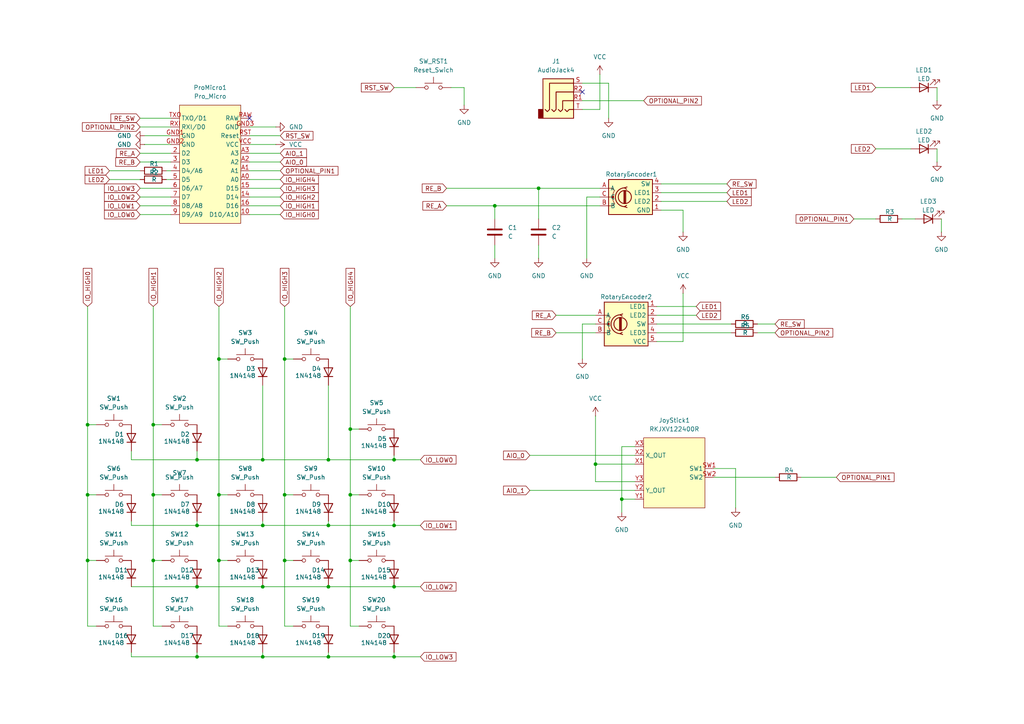
<source format=kicad_sch>
(kicad_sch (version 20231120) (generator "eeschema") (generator_version "8.0")
  (paper "A4")
  (lib_symbols
    (symbol "Arduino:Pro_micro"
      (property "Reference" "U" (at 0 21.59 0))
      (property "Value" "Pro_Micro" (at 0 19.05 0))
      (symbol "Pro_micro_0_0"
        (pin bidirectional line (at 11.43 -13.97 180) (length 2.54) (name "D10/A10") (number "10"))
        (pin bidirectional line (at 11.43 -8.89 180) (length 2.54) (name "D14") (number "14"))
        (pin bidirectional line (at 11.43 -6.35 180) (length 2.54) (name "D15") (number "15"))
        (pin bidirectional line (at 11.43 -11.43 180) (length 2.54) (name "D16") (number "16"))
        (pin bidirectional line (at -11.43 3.81 0) (length 2.54) (name "D2") (number "2"))
        (pin bidirectional line (at -11.43 1.27 0) (length 2.54) (name "D3") (number "3"))
        (pin bidirectional line (at -11.43 -1.27 0) (length 2.54) (name "D4/A6") (number "4"))
        (pin bidirectional line (at -11.43 -3.81 0) (length 2.54) (name "D5") (number "5"))
        (pin bidirectional line (at -11.43 -6.35 0) (length 2.54) (name "D6/A7") (number "6"))
        (pin bidirectional line (at -11.43 -8.89 0) (length 2.54) (name "D7") (number "7"))
        (pin bidirectional line (at -11.43 -11.43 0) (length 2.54) (name "D8/A8") (number "8"))
        (pin bidirectional line (at -11.43 -13.97 0) (length 2.54) (name "D9/A9") (number "9"))
        (pin bidirectional line (at 11.43 -3.81 180) (length 2.54) (name "A0") (number "A0"))
        (pin bidirectional line (at 11.43 -1.27 180) (length 2.54) (name "A1") (number "A1"))
        (pin bidirectional line (at 11.43 1.27 180) (length 2.54) (name "A2") (number "A2"))
        (pin bidirectional line (at 11.43 3.81 180) (length 2.54) (name "A3") (number "A3"))
        (pin passive line (at 11.43 13.97 180) (length 2.54) (name "RAW") (number "RAW"))
        (pin passive line (at 11.43 8.89 180) (length 2.54) (name "Reset") (number "RST"))
        (pin bidirectional line (at -11.43 11.43 0) (length 2.54) (name "RXI/D0") (number "RXI"))
        (pin bidirectional line (at -11.43 13.97 0) (length 2.54) (name "TXO/D1") (number "TXO"))
        (pin passive line (at 11.43 6.35 180) (length 2.54) (name "VCC") (number "VCC"))
      )
      (symbol "Pro_micro_1_0"
        (pin passive line (at -11.43 8.89 0) (length 2.54) (name "GND") (number "GND1"))
        (pin passive line (at -11.43 6.35 0) (length 2.54) (name "GND") (number "GND2"))
        (pin passive line (at 11.43 11.43 180) (length 2.54) (name "GND") (number "GND3"))
      )
      (symbol "Pro_micro_1_1"
        (rectangle (start -8.89 17.78) (end 8.89 -16.51) (fill (type background)))
      )
    )
    (symbol "Connector_Audio:AudioJack4"
      (property "Reference" "J" (at 0 8.89 0))
      (property "Value" "AudioJack4" (at 0 6.35 0))
      (symbol "AudioJack4_0_1"
        (rectangle (start -6.35 -5.08) (end -7.62 -7.62) (stroke (width 0.254)) (fill (type outline)))
        (polyline (pts (xy 0 -5.08) (xy 0.635 -5.715) (xy 1.27 -5.08) (xy 2.54 -5.08)) (stroke (width 0.254)))
        (polyline (pts (xy -5.715 -5.08) (xy -5.08 -5.715) (xy -4.445 -5.08) (xy -4.445 2.54) (xy 2.54 2.54)) (stroke (width 0.254)))
        (polyline (pts (xy -1.905 -5.08) (xy -1.27 -5.715) (xy -0.635 -5.08) (xy -0.635 -2.54) (xy 2.54 -2.54)) (stroke (width 0.254)))
        (polyline (pts (xy 2.54 0) (xy -2.54 0) (xy -2.54 -5.08) (xy -3.175 -5.715) (xy -3.81 -5.08)) (stroke (width 0.254)))
        (rectangle (start 2.54 3.81) (end -6.35 -7.62) (stroke (width 0.254)) (fill (type background)))
      )
      (symbol "AudioJack4_1_1"
        (pin passive line (at 5.08 -2.54 180) (length 2.54) (name "~") (number "R1"))
        (pin passive line (at 5.08 0 180) (length 2.54) (name "~") (number "R2"))
        (pin passive line (at 5.08 2.54 180) (length 2.54) (name "~") (number "S"))
        (pin passive line (at 5.08 -5.08 180) (length 2.54) (name "~") (number "T"))
      )
    )
    (symbol "Device:C" (pin_numbers hide) (pin_names (offset 0.254))
      (property "Reference" "C" (at 0.635 2.54 0))
      (property "Value" "C" (at 0.635 -2.54 0))
      (symbol "C_0_1"
        (polyline (pts (xy -2.032 -0.762) (xy 2.032 -0.762)) (stroke (width 0.508)))
        (polyline (pts (xy -2.032 0.762) (xy 2.032 0.762)) (stroke (width 0.508)))
      )
      (symbol "C_1_1"
        (pin passive line (at 0 3.81 270) (length 2.794) (name "~") (number "1"))
        (pin passive line (at 0 -3.81 90) (length 2.794) (name "~") (number "2"))
      )
    )
    (symbol "Device:LED" (pin_numbers hide) (pin_names (offset 1.016) hide)
      (property "Reference" "D" (at 0 2.54 0))
      (property "Value" "LED" (at 0 -2.54 0))
      (symbol "LED_0_1"
        (polyline (pts (xy -1.27 -1.27) (xy -1.27 1.27)) (stroke (width 0.254)))
        (polyline (pts (xy -1.27 0) (xy 1.27 0)))
        (polyline (pts (xy 1.27 -1.27) (xy 1.27 1.27) (xy -1.27 0) (xy 1.27 -1.27)) (stroke (width 0.254)))
        (polyline (pts (xy -3.048 -0.762) (xy -4.572 -2.286) (xy -3.81 -2.286) (xy -4.572 -2.286) (xy -4.572 -1.524)))
        (polyline (pts (xy -1.778 -0.762) (xy -3.302 -2.286) (xy -2.54 -2.286) (xy -3.302 -2.286) (xy -3.302 -1.524)))
      )
      (symbol "LED_1_1"
        (pin passive line (at -3.81 0 0) (length 2.54) (name "K") (number "1"))
        (pin passive line (at 3.81 0 180) (length 2.54) (name "A") (number "2"))
      )
    )
    (symbol "Device:R" (pin_numbers hide) (pin_names (offset 0))
      (property "Reference" "R" (at 2.032 0 90))
      (property "Value" "R" (at 0 0 90))
      (symbol "R_0_1"
        (rectangle (start -1.016 -2.54) (end 1.016 2.54) (stroke (width 0.254)))
      )
      (symbol "R_1_1"
        (pin passive line (at 0 3.81 270) (length 1.27) (name "~") (number "1"))
        (pin passive line (at 0 -3.81 90) (length 1.27) (name "~") (number "2"))
      )
    )
    (symbol "Device:RotaryEncoder_Switch_LED"
      (property "Reference" "U" (at 0 6.35 0))
      (symbol "RotaryEncoder_Switch_LED_0_1"
        (rectangle (start -6.35 5.08) (end 6.35 -5.08) (stroke (width 0.254)) (fill (type background)))
        (circle (center -5.08 0) (radius 0.254) (fill (type outline)))
        (circle (center -1.651 0) (radius 1.905) (stroke (width 0.254)))
        (arc (start -1.651 2.667) (mid -4.3688 -0.0635) (end -1.651 -2.794) (stroke (width 0.254)))
        (polyline (pts (xy -1.905 -1.778) (xy -1.905 1.778)) (stroke (width 0.254)))
        (polyline (pts (xy -1.651 -1.778) (xy -1.651 1.778)) (stroke (width 0.254)))
        (polyline (pts (xy -1.397 1.778) (xy -1.397 -1.778)) (stroke (width 0.254)))
        (polyline (pts (xy -6.35 -2.54) (xy -5.08 -2.54) (xy -5.08 -2.032)))
        (polyline (pts (xy -6.35 2.54) (xy -5.08 2.54) (xy -5.08 2.032)))
        (polyline (pts (xy -1.016 -3.048) (xy -1.778 -2.794) (xy -1.143 -2.413)) (stroke (width 0.254)))
        (polyline (pts (xy -1.016 2.921) (xy -1.778 2.667) (xy -1.143 2.286)) (stroke (width 0.254)))
        (polyline (pts (xy -6.35 0) (xy -5.08 0) (xy -5.08 -1.016) (xy -4.572 -2.032)))
        (polyline (pts (xy -5.588 0) (xy -5.08 0) (xy -5.08 1.016) (xy -4.572 2.032)))
      )
      (symbol "RotaryEncoder_Switch_LED_1_0"
        (pin passive line (at 8.89 -3.81 180) (length 2.54) (name "GND") (number "1"))
        (pin passive line (at 8.89 -1.27 180) (length 2.54) (name "LED2") (number "2"))
        (pin passive line (at 8.89 1.27 180) (length 2.54) (name "LED1") (number "3"))
        (pin passive line (at 8.89 3.81 180) (length 2.54) (name "SW") (number "4"))
      )
      (symbol "RotaryEncoder_Switch_LED_1_1"
        (pin passive line (at -8.89 2.54 0) (length 2.54) (name "A") (number "A"))
        (pin passive line (at -8.89 -2.54 0) (length 2.54) (name "B") (number "B"))
        (pin passive line (at -8.89 0 0) (length 2.54) (name "C") (number "C"))
      )
    )
    (symbol "Diode:1N4148" (pin_numbers hide) (pin_names hide)
      (property "Reference" "D" (at 0 2.54 0))
      (property "Value" "1N4148" (at 0 -2.54 0))
      (symbol "1N4148_0_1"
        (polyline (pts (xy -1.27 1.27) (xy -1.27 -1.27)) (stroke (width 0.254)))
        (polyline (pts (xy 1.27 0) (xy -1.27 0)))
        (polyline (pts (xy 1.27 1.27) (xy 1.27 -1.27) (xy -1.27 0) (xy 1.27 1.27)) (stroke (width 0.254)))
      )
      (symbol "1N4148_1_1"
        (pin passive line (at -3.81 0 0) (length 2.54) (name "K") (number "1"))
        (pin passive line (at 3.81 0 180) (length 2.54) (name "A") (number "2"))
      )
    )
    (symbol "Switch:SW_Push" (pin_numbers hide) (pin_names (offset 1.016) hide)
      (property "Reference" "SW" (at 1.27 2.54 0))
      (property "Value" "SW_Push" (at 0 -1.524 0))
      (symbol "SW_Push_0_1"
        (circle (center -2.032 0) (radius 0.508))
        (polyline (pts (xy 0 1.27) (xy 0 3.048)))
        (polyline (pts (xy 2.54 1.27) (xy -2.54 1.27)))
        (circle (center 2.032 0) (radius 0.508))
        (pin passive line (at -5.08 0 0) (length 2.54) (name "1") (number "1"))
        (pin passive line (at 5.08 0 180) (length 2.54) (name "2") (number "2"))
      )
    )
    (symbol "joy_stick_RKJXV122400R:RKJXV122400R_v1"
      (property "Reference" "U" (at 0 13.97 0))
      (property "Value" "RKJXV122400R" (at 0 11.43 0))
      (symbol "RKJXV122400R_v1_1_0"
        (pin passive line (at 11.43 1.27 180) (length 2.54) (name "SW1") (number "SW1"))
        (pin passive line (at 11.43 -1.27 180) (length 2.54) (name "SW2") (number "SW2"))
      )
      (symbol "RKJXV122400R_v1_1_1"
        (rectangle (start -8.89 10.16) (end 8.89 -10.16) (fill (type background)))
        (pin passive line (at -11.43 2.54 0) (length 2.54) (name "") (number "X1"))
        (pin passive line (at -11.43 5.08 0) (length 2.54) (name "X_OUT") (number "X2"))
        (pin passive line (at -11.43 7.62 0) (length 2.54) (name "") (number "X3"))
        (pin passive line (at -11.43 -7.62 0) (length 2.54) (name "") (number "Y1"))
        (pin passive line (at -11.43 -5.08 0) (length 2.54) (name "Y_OUT") (number "Y2"))
        (pin passive line (at -11.43 -2.54 0) (length 2.54) (name "") (number "Y3"))
      )
    )
    (symbol "power:GND" (power) (pin_numbers hide) (pin_names (offset 0) hide)
      (property "Value" "GND" (at 0 -3.81 0))
      (symbol "GND_0_1"
        (polyline (pts (xy 0 0) (xy 0 -1.27) (xy 1.27 -1.27) (xy 0 -2.54) (xy -1.27 -1.27) (xy 0 -1.27)))
      )
      (symbol "GND_1_1"
        (pin power_in line (at 0 0 270) (length 0) (name "~") (number "1"))
      )
    )
    (symbol "power:VCC" (power) (pin_numbers hide) (pin_names (offset 0) hide)
      (property "Value" "VCC" (at 0 3.556 0))
      (symbol "VCC_0_1"
        (polyline (pts (xy -0.762 1.27) (xy 0 2.54)))
        (polyline (pts (xy 0 0) (xy 0 2.54)))
        (polyline (pts (xy 0 2.54) (xy 0.762 1.27)))
      )
      (symbol "VCC_1_1"
        (pin power_in line (at 0 0 90) (length 0) (name "~") (number "1"))
      )
    )
    (symbol "xxx_original:RotaryEncoder_Switch_3LED"
      (property "Reference" "U" (at 0 7.62 0))
      (symbol "RotaryEncoder_Switch_3LED_0_1"
        (rectangle (start -6.35 6.35) (end 6.35 -6.35) (stroke (width 0.254)) (fill (type background)))
        (circle (center -5.08 0) (radius 0.254) (fill (type outline)))
        (circle (center -1.651 0) (radius 1.905) (stroke (width 0.254)))
        (arc (start -1.651 2.667) (mid -4.3688 -0.0635) (end -1.651 -2.794) (stroke (width 0.254)))
        (polyline (pts (xy -1.905 -1.778) (xy -1.905 1.778)) (stroke (width 0.254)))
        (polyline (pts (xy -1.651 -1.778) (xy -1.651 1.778)) (stroke (width 0.254)))
        (polyline (pts (xy -1.397 1.778) (xy -1.397 -1.778)) (stroke (width 0.254)))
        (polyline (pts (xy -6.35 -2.54) (xy -5.08 -2.54) (xy -5.08 -2.032)))
        (polyline (pts (xy -6.35 2.54) (xy -5.08 2.54) (xy -5.08 2.032)))
        (polyline (pts (xy -1.016 -3.048) (xy -1.778 -2.794) (xy -1.143 -2.413)) (stroke (width 0.254)))
        (polyline (pts (xy -1.016 2.921) (xy -1.778 2.667) (xy -1.143 2.286)) (stroke (width 0.254)))
        (polyline (pts (xy -6.35 0) (xy -5.08 0) (xy -5.08 -1.016) (xy -4.572 -2.032)))
        (polyline (pts (xy -5.588 0) (xy -5.08 0) (xy -5.08 1.016) (xy -4.572 2.032)))
      )
      (symbol "RotaryEncoder_Switch_3LED_1_0"
        (pin passive line (at 8.89 5.08 180) (length 2.54) (name "LED1") (number "1"))
        (pin passive line (at 8.89 2.54 180) (length 2.54) (name "LED2") (number "2"))
        (pin passive line (at 8.89 0 180) (length 2.54) (name "SW") (number "3"))
        (pin passive line (at 8.89 -2.54 180) (length 2.54) (name "LED3") (number "4"))
        (pin passive line (at 8.89 -5.08 180) (length 2.54) (name "VCC") (number "5"))
      )
      (symbol "RotaryEncoder_Switch_3LED_1_1"
        (pin passive line (at -8.89 2.54 0) (length 2.54) (name "A") (number "A"))
        (pin passive line (at -8.89 -2.54 0) (length 2.54) (name "B") (number "B"))
        (pin passive line (at -8.89 0 0) (length 2.54) (name "C") (number "C"))
      )
    )
  )
  (junction (at 57.15 190.5))
  (junction (at 101.6 143.51))
  (junction (at 76.2 170.18))
  (junction (at 44.45 143.51))
  (junction (at 82.55 143.51))
  (junction (at 44.45 123.19))
  (junction (at 101.6 162.56))
  (junction (at 114.3 170.18))
  (junction (at 95.25 133.35))
  (junction (at 143.51 59.69))
  (junction (at 180.34 144.78))
  (junction (at 63.5 104.14))
  (junction (at 25.4 123.19))
  (junction (at 82.55 104.14))
  (junction (at 76.2 152.4))
  (junction (at 156.21 54.61))
  (junction (at 172.72 134.62))
  (junction (at 57.15 133.35))
  (junction (at 95.25 152.4))
  (junction (at 114.3 133.35))
  (junction (at 82.55 162.56))
  (junction (at 25.4 162.56))
  (junction (at 25.4 143.51))
  (junction (at 44.45 162.56))
  (junction (at 57.15 170.18))
  (junction (at 114.3 190.5))
  (junction (at 57.15 152.4))
  (junction (at 63.5 143.51))
  (junction (at 76.2 190.5))
  (junction (at 95.25 190.5))
  (junction (at 95.25 170.18))
  (junction (at 63.5 162.56))
  (junction (at 101.6 124.46))
  (junction (at 76.2 133.35))
  (junction (at 114.3 152.4))
  (no_connect (at 72.39 34.29))
  (no_connect (at 168.91 26.67))
  (wire (pts (xy 38.1 151.13) (xy 38.1 152.4)))
  (wire (pts (xy 101.6 143.51) (xy 101.6 124.46)))
  (wire (pts (xy 213.36 135.89) (xy 213.36 147.32)))
  (wire (pts (xy 63.5 143.51) (xy 66.04 143.51)))
  (wire (pts (xy 173.99 21.59) (xy 173.99 31.75)))
  (wire (pts (xy 38.1 190.5) (xy 57.15 190.5)))
  (wire (pts (xy 44.45 143.51) (xy 44.45 162.56)))
  (wire (pts (xy 82.55 162.56) (xy 82.55 181.61)))
  (wire (pts (xy 57.15 133.35) (xy 76.2 133.35)))
  (wire (pts (xy 72.39 39.37) (xy 81.28 39.37)))
  (wire (pts (xy 40.64 59.69) (xy 49.53 59.69)))
  (wire (pts (xy 40.64 44.45) (xy 49.53 44.45)))
  (wire (pts (xy 143.51 59.69) (xy 143.51 63.5)))
  (wire (pts (xy 198.12 99.06) (xy 190.5 99.06)))
  (wire (pts (xy 25.4 143.51) (xy 25.4 162.56)))
  (wire (pts (xy 82.55 181.61) (xy 85.09 181.61)))
  (wire (pts (xy 176.53 24.13) (xy 176.53 34.29)))
  (wire (pts (xy 44.45 88.9) (xy 44.45 123.19)))
  (wire (pts (xy 153.67 142.24) (xy 184.15 142.24)))
  (wire (pts (xy 190.5 88.9) (xy 201.93 88.9)))
  (wire (pts (xy 191.77 53.34) (xy 210.82 53.34)))
  (wire (pts (xy 48.26 49.53) (xy 49.53 49.53)))
  (wire (pts (xy 57.15 130.81) (xy 57.15 133.35)))
  (wire (pts (xy 95.25 133.35) (xy 114.3 133.35)))
  (wire (pts (xy 82.55 104.14) (xy 82.55 143.51)))
  (wire (pts (xy 134.62 25.4) (xy 134.62 30.48)))
  (wire (pts (xy 76.2 133.35) (xy 95.25 133.35)))
  (wire (pts (xy 63.5 104.14) (xy 63.5 143.51)))
  (wire (pts (xy 41.91 41.91) (xy 49.53 41.91)))
  (wire (pts (xy 38.1 133.35) (xy 57.15 133.35)))
  (wire (pts (xy 254 43.18) (xy 264.16 43.18)))
  (wire (pts (xy 180.34 144.78) (xy 184.15 144.78)))
  (wire (pts (xy 170.18 57.15) (xy 173.99 57.15)))
  (wire (pts (xy 172.72 120.65) (xy 172.72 134.62)))
  (wire (pts (xy 76.2 152.4) (xy 95.25 152.4)))
  (wire (pts (xy 41.91 39.37) (xy 49.53 39.37)))
  (wire (pts (xy 190.5 91.44) (xy 201.93 91.44)))
  (wire (pts (xy 72.39 46.99) (xy 81.28 46.99)))
  (wire (pts (xy 184.15 139.7) (xy 172.72 139.7)))
  (wire (pts (xy 172.72 134.62) (xy 184.15 134.62)))
  (wire (pts (xy 168.91 93.98) (xy 168.91 104.14)))
  (wire (pts (xy 44.45 162.56) (xy 44.45 181.61)))
  (wire (pts (xy 198.12 85.09) (xy 198.12 99.06)))
  (wire (pts (xy 82.55 104.14) (xy 85.09 104.14)))
  (wire (pts (xy 153.67 132.08) (xy 184.15 132.08)))
  (wire (pts (xy 38.1 170.18) (xy 57.15 170.18)))
  (wire (pts (xy 95.25 152.4) (xy 114.3 152.4)))
  (wire (pts (xy 25.4 162.56) (xy 25.4 181.61)))
  (wire (pts (xy 40.64 46.99) (xy 49.53 46.99)))
  (wire (pts (xy 63.5 181.61) (xy 66.04 181.61)))
  (wire (pts (xy 191.77 60.96) (xy 198.12 60.96)))
  (wire (pts (xy 76.2 170.18) (xy 95.25 170.18)))
  (wire (pts (xy 72.39 36.83) (xy 80.01 36.83)))
  (wire (pts (xy 44.45 162.56) (xy 46.99 162.56)))
  (wire (pts (xy 76.2 189.23) (xy 76.2 190.5)))
  (wire (pts (xy 143.51 59.69) (xy 173.99 59.69)))
  (wire (pts (xy 44.45 143.51) (xy 46.99 143.51)))
  (wire (pts (xy 72.39 54.61) (xy 81.28 54.61)))
  (wire (pts (xy 114.3 25.4) (xy 120.65 25.4)))
  (wire (pts (xy 25.4 123.19) (xy 25.4 143.51)))
  (wire (pts (xy 114.3 151.13) (xy 114.3 152.4)))
  (wire (pts (xy 184.15 129.54) (xy 180.34 129.54)))
  (wire (pts (xy 95.25 189.23) (xy 95.25 190.5)))
  (wire (pts (xy 44.45 123.19) (xy 44.45 143.51)))
  (wire (pts (xy 219.71 96.52) (xy 224.79 96.52)))
  (wire (pts (xy 173.99 31.75) (xy 168.91 31.75)))
  (wire (pts (xy 170.18 57.15) (xy 170.18 74.93)))
  (wire (pts (xy 57.15 151.13) (xy 57.15 152.4)))
  (wire (pts (xy 161.29 96.52) (xy 172.72 96.52)))
  (wire (pts (xy 271.78 43.18) (xy 271.78 46.99)))
  (wire (pts (xy 72.39 52.07) (xy 81.28 52.07)))
  (wire (pts (xy 156.21 54.61) (xy 156.21 63.5)))
  (wire (pts (xy 72.39 49.53) (xy 81.28 49.53)))
  (wire (pts (xy 95.25 170.18) (xy 114.3 170.18)))
  (wire (pts (xy 273.05 63.5) (xy 273.05 67.31)))
  (wire (pts (xy 25.4 162.56) (xy 27.94 162.56)))
  (wire (pts (xy 38.1 152.4) (xy 57.15 152.4)))
  (wire (pts (xy 176.53 24.13) (xy 168.91 24.13)))
  (wire (pts (xy 76.2 151.13) (xy 76.2 152.4)))
  (wire (pts (xy 57.15 189.23) (xy 57.15 190.5)))
  (wire (pts (xy 72.39 44.45) (xy 81.28 44.45)))
  (wire (pts (xy 101.6 143.51) (xy 101.6 162.56)))
  (wire (pts (xy 114.3 170.18) (xy 121.92 170.18)))
  (wire (pts (xy 104.14 162.56) (xy 101.6 162.56)))
  (wire (pts (xy 57.15 152.4) (xy 76.2 152.4)))
  (wire (pts (xy 261.62 63.5) (xy 265.43 63.5)))
  (wire (pts (xy 130.81 25.4) (xy 134.62 25.4)))
  (wire (pts (xy 25.4 143.51) (xy 27.94 143.51)))
  (wire (pts (xy 76.2 111.76) (xy 76.2 133.35)))
  (wire (pts (xy 168.91 29.21) (xy 186.69 29.21)))
  (wire (pts (xy 95.25 151.13) (xy 95.25 152.4)))
  (wire (pts (xy 271.78 25.4) (xy 271.78 29.21)))
  (wire (pts (xy 44.45 123.19) (xy 46.99 123.19)))
  (wire (pts (xy 180.34 129.54) (xy 180.34 144.78)))
  (wire (pts (xy 82.55 143.51) (xy 82.55 162.56)))
  (wire (pts (xy 114.3 132.08) (xy 114.3 133.35)))
  (wire (pts (xy 161.29 91.44) (xy 172.72 91.44)))
  (wire (pts (xy 82.55 143.51) (xy 85.09 143.51)))
  (wire (pts (xy 191.77 58.42) (xy 210.82 58.42)))
  (wire (pts (xy 63.5 88.9) (xy 63.5 104.14)))
  (wire (pts (xy 232.41 138.43) (xy 242.57 138.43)))
  (wire (pts (xy 57.15 190.5) (xy 76.2 190.5)))
  (wire (pts (xy 156.21 54.61) (xy 173.99 54.61)))
  (wire (pts (xy 190.5 96.52) (xy 212.09 96.52)))
  (wire (pts (xy 207.01 138.43) (xy 224.79 138.43)))
  (wire (pts (xy 198.12 60.96) (xy 198.12 67.31)))
  (wire (pts (xy 156.21 71.12) (xy 156.21 74.93)))
  (wire (pts (xy 40.64 52.07) (xy 31.75 52.07)))
  (wire (pts (xy 57.15 170.18) (xy 76.2 170.18)))
  (wire (pts (xy 63.5 104.14) (xy 66.04 104.14)))
  (wire (pts (xy 219.71 93.98) (xy 224.79 93.98)))
  (wire (pts (xy 213.36 135.89) (xy 207.01 135.89)))
  (wire (pts (xy 191.77 55.88) (xy 210.82 55.88)))
  (wire (pts (xy 114.3 152.4) (xy 121.92 152.4)))
  (wire (pts (xy 101.6 88.9) (xy 101.6 124.46)))
  (wire (pts (xy 114.3 133.35) (xy 121.92 133.35)))
  (wire (pts (xy 129.54 59.69) (xy 143.51 59.69)))
  (wire (pts (xy 40.64 54.61) (xy 49.53 54.61)))
  (wire (pts (xy 172.72 134.62) (xy 172.72 139.7)))
  (wire (pts (xy 76.2 190.5) (xy 95.25 190.5)))
  (wire (pts (xy 72.39 57.15) (xy 81.28 57.15)))
  (wire (pts (xy 25.4 88.9) (xy 25.4 123.19)))
  (wire (pts (xy 48.26 52.07) (xy 49.53 52.07)))
  (wire (pts (xy 40.64 62.23) (xy 49.53 62.23)))
  (wire (pts (xy 95.25 111.76) (xy 95.25 133.35)))
  (wire (pts (xy 101.6 181.61) (xy 101.6 162.56)))
  (wire (pts (xy 40.64 57.15) (xy 49.53 57.15)))
  (wire (pts (xy 129.54 54.61) (xy 156.21 54.61)))
  (wire (pts (xy 38.1 189.23) (xy 38.1 190.5)))
  (wire (pts (xy 31.75 49.53) (xy 40.64 49.53)))
  (wire (pts (xy 114.3 190.5) (xy 114.3 189.23)))
  (wire (pts (xy 114.3 190.5) (xy 121.92 190.5)))
  (wire (pts (xy 101.6 124.46) (xy 104.14 124.46)))
  (wire (pts (xy 63.5 162.56) (xy 66.04 162.56)))
  (wire (pts (xy 25.4 181.61) (xy 27.94 181.61)))
  (wire (pts (xy 72.39 41.91) (xy 80.01 41.91)))
  (wire (pts (xy 104.14 143.51) (xy 101.6 143.51)))
  (wire (pts (xy 40.64 36.83) (xy 49.53 36.83)))
  (wire (pts (xy 82.55 162.56) (xy 85.09 162.56)))
  (wire (pts (xy 72.39 59.69) (xy 81.28 59.69)))
  (wire (pts (xy 114.3 170.18) (xy 114.3 168.91)))
  (wire (pts (xy 72.39 62.23) (xy 81.28 62.23)))
  (wire (pts (xy 40.64 34.29) (xy 49.53 34.29)))
  (wire (pts (xy 44.45 181.61) (xy 46.99 181.61)))
  (wire (pts (xy 190.5 93.98) (xy 212.09 93.98)))
  (wire (pts (xy 180.34 144.78) (xy 180.34 148.59)))
  (wire (pts (xy 172.72 93.98) (xy 168.91 93.98)))
  (wire (pts (xy 95.25 190.5) (xy 114.3 190.5)))
  (wire (pts (xy 82.55 88.9) (xy 82.55 104.14)))
  (wire (pts (xy 101.6 181.61) (xy 104.14 181.61)))
  (wire (pts (xy 63.5 162.56) (xy 63.5 181.61)))
  (wire (pts (xy 63.5 143.51) (xy 63.5 162.56)))
  (wire (pts (xy 247.65 63.5) (xy 254 63.5)))
  (wire (pts (xy 25.4 123.19) (xy 27.94 123.19)))
  (wire (pts (xy 143.51 71.12) (xy 143.51 74.93)))
  (wire (pts (xy 254 25.4) (xy 264.16 25.4)))
  (wire (pts (xy 38.1 130.81) (xy 38.1 133.35)))
  (global_label "RE_B" (shape input) (at 40.64 46.99 180) (property "Intersheetrefs" "${INTERSHEET_REFS}" (effects (hide yes))))
  (global_label "IO_HIGH0" (shape input) (at 81.28 62.23 0) (property "Intersheetrefs" "${INTERSHEET_REFS}" (effects (hide yes))))
  (global_label "IO_HIGH3" (shape input) (at 81.28 54.61 0) (property "Intersheetrefs" "${INTERSHEET_REFS}" (effects (hide yes))))
  (global_label "IO_LOW3" (shape input) (at 121.92 190.5 0) (property "Intersheetrefs" "${INTERSHEET_REFS}" (effects (hide yes))))
  (global_label "LED1" (shape input) (at 201.93 88.9 0) (property "Intersheetrefs" "${INTERSHEET_REFS}" (effects (hide yes))))
  (global_label "LED2" (shape input) (at 31.75 52.07 180) (property "Intersheetrefs" "${INTERSHEET_REFS}" (effects (hide yes))))
  (global_label "IO_HIGH2" (shape input) (at 81.28 57.15 0) (property "Intersheetrefs" "${INTERSHEET_REFS}" (effects (hide yes))))
  (global_label "LED1" (shape input) (at 31.75 49.53 180) (property "Intersheetrefs" "${INTERSHEET_REFS}" (effects (hide yes))))
  (global_label "RE_SW" (shape input) (at 40.64 34.29 180) (property "Intersheetrefs" "${INTERSHEET_REFS}" (effects (hide yes))))
  (global_label "IO_LOW0" (shape input) (at 40.64 62.23 180) (property "Intersheetrefs" "${INTERSHEET_REFS}" (effects (hide yes))))
  (global_label "RE_SW" (shape input) (at 224.79 93.98 0) (property "Intersheetrefs" "${INTERSHEET_REFS}" (effects (hide yes))))
  (global_label "IO_LOW0" (shape input) (at 121.92 133.35 0) (property "Intersheetrefs" "${INTERSHEET_REFS}" (effects (hide yes))))
  (global_label "OPTIONAL_PIN2" (shape input) (at 186.69 29.21 0) (property "Intersheetrefs" "${INTERSHEET_REFS}" (effects (hide yes))))
  (global_label "RE_A" (shape input) (at 129.54 59.69 180) (property "Intersheetrefs" "${INTERSHEET_REFS}" (effects (hide yes))))
  (global_label "IO_LOW1" (shape input) (at 121.92 152.4 0) (property "Intersheetrefs" "${INTERSHEET_REFS}" (effects (hide yes))))
  (global_label "AIO_1" (shape input) (at 81.28 44.45 0) (property "Intersheetrefs" "${INTERSHEET_REFS}" (effects (hide yes))))
  (global_label "RE_A" (shape input) (at 40.64 44.45 180) (property "Intersheetrefs" "${INTERSHEET_REFS}" (effects (hide yes))))
  (global_label "IO_HIGH3" (shape input) (at 82.55 88.9 90) (property "Intersheetrefs" "${INTERSHEET_REFS}" (effects (hide yes))))
  (global_label "IO_HIGH2" (shape input) (at 63.5 88.9 90) (property "Intersheetrefs" "${INTERSHEET_REFS}" (effects (hide yes))))
  (global_label "LED1" (shape input) (at 210.82 55.88 0) (property "Intersheetrefs" "${INTERSHEET_REFS}" (effects (hide yes))))
  (global_label "AIO_0" (shape input) (at 81.28 46.99 0) (property "Intersheetrefs" "${INTERSHEET_REFS}" (effects (hide yes))))
  (global_label "LED2" (shape input) (at 201.93 91.44 0) (property "Intersheetrefs" "${INTERSHEET_REFS}" (effects (hide yes))))
  (global_label "IO_LOW2" (shape input) (at 121.92 170.18 0) (property "Intersheetrefs" "${INTERSHEET_REFS}" (effects (hide yes))))
  (global_label "RST_SW" (shape input) (at 114.3 25.4 180) (property "Intersheetrefs" "${INTERSHEET_REFS}" (effects (hide yes))))
  (global_label "IO_HIGH0" (shape input) (at 25.4 88.9 90) (property "Intersheetrefs" "${INTERSHEET_REFS}" (effects (hide yes))))
  (global_label "IO_LOW3" (shape input) (at 40.64 54.61 180) (property "Intersheetrefs" "${INTERSHEET_REFS}" (effects (hide yes))))
  (global_label "LED2" (shape input) (at 210.82 58.42 0) (property "Intersheetrefs" "${INTERSHEET_REFS}" (effects (hide yes))))
  (global_label "OPTIONAL_PIN1" (shape input) (at 242.57 138.43 0) (property "Intersheetrefs" "${INTERSHEET_REFS}" (effects (hide yes))))
  (global_label "LED2" (shape input) (at 254 43.18 180) (property "Intersheetrefs" "${INTERSHEET_REFS}" (effects (hide yes))))
  (global_label "RE_B" (shape input) (at 129.54 54.61 180) (property "Intersheetrefs" "${INTERSHEET_REFS}" (effects (hide yes))))
  (global_label "OPTIONAL_PIN1" (shape input) (at 247.65 63.5 180) (property "Intersheetrefs" "${INTERSHEET_REFS}" (effects (hide yes))))
  (global_label "RST_SW" (shape input) (at 81.28 39.37 0) (property "Intersheetrefs" "${INTERSHEET_REFS}" (effects (hide yes))))
  (global_label "RE_A" (shape input) (at 161.29 91.44 180) (property "Intersheetrefs" "${INTERSHEET_REFS}" (effects (hide yes))))
  (global_label "IO_LOW2" (shape input) (at 40.64 57.15 180) (property "Intersheetrefs" "${INTERSHEET_REFS}" (effects (hide yes))))
  (global_label "OPTIONAL_PIN1" (shape input) (at 81.28 49.53 0) (property "Intersheetrefs" "${INTERSHEET_REFS}" (effects (hide yes))))
  (global_label "IO_HIGH1" (shape input) (at 81.28 59.69 0) (property "Intersheetrefs" "${INTERSHEET_REFS}" (effects (hide yes))))
  (global_label "AIO_0" (shape input) (at 153.67 132.08 180) (property "Intersheetrefs" "${INTERSHEET_REFS}" (effects (hide yes))))
  (global_label "IO_HIGH4" (shape input) (at 81.28 52.07 0) (property "Intersheetrefs" "${INTERSHEET_REFS}" (effects (hide yes))))
  (global_label "RE_B" (shape input) (at 161.29 96.52 180) (property "Intersheetrefs" "${INTERSHEET_REFS}" (effects (hide yes))))
  (global_label "OPTIONAL_PIN2" (shape input) (at 40.64 36.83 180) (property "Intersheetrefs" "${INTERSHEET_REFS}" (effects (hide yes))))
  (global_label "IO_HIGH1" (shape input) (at 44.45 88.9 90) (property "Intersheetrefs" "${INTERSHEET_REFS}" (effects (hide yes))))
  (global_label "OPTIONAL_PIN2" (shape input) (at 224.79 96.52 0) (property "Intersheetrefs" "${INTERSHEET_REFS}" (effects (hide yes))))
  (global_label "IO_LOW1" (shape input) (at 40.64 59.69 180) (property "Intersheetrefs" "${INTERSHEET_REFS}" (effects (hide yes))))
  (global_label "RE_SW" (shape input) (at 210.82 53.34 0) (property "Intersheetrefs" "${INTERSHEET_REFS}" (effects (hide yes))))
  (global_label "AIO_1" (shape input) (at 153.67 142.24 180) (property "Intersheetrefs" "${INTERSHEET_REFS}" (effects (hide yes))))
  (global_label "IO_HIGH4" (shape input) (at 101.6 88.9 90) (property "Intersheetrefs" "${INTERSHEET_REFS}" (effects (hide yes))))
  (global_label "LED1" (shape input) (at 254 25.4 180) (property "Intersheetrefs" "${INTERSHEET_REFS}" (effects (hide yes))))
  (symbol (lib_id "Device:RotaryEncoder_Switch_LED") (at 182.88 57.15 0) (unit 1)
    (property "Reference" "RotaryEncoder1" (at 183.134 50.546 0))
    (property "Value" "~" (at 182.88 50.8 0))
    (property "Footprint" "xxx_original:RotaryEncoder_with_4pin" (effects (hide yes)))
  )
  (symbol (lib_id "Diode:1N4148") (at 38.1 147.32 90) (unit 1)
    (property "Reference" "D6" (at 33.274 146.304 90) (effects (justify right)))
    (property "Value" "1N4148" (at 28.448 148.336 90) (effects (justify right)))
    (property "Footprint" "xxx_original:1N4148" (effects (hide yes)))
    (property "Datasheet" "https://assets.nexperia.com/documents/data-sheet/1N4148_1N4448.pdf" (effects (hide yes)))
    (property "Description" "100V 0.15A standard switching diode, DO-35" (effects (hide yes)))
    (property "Sim.Device" "D" (effects (hide yes)))
    (property "Sim.Pins" "1=K 2=A" (effects (hide yes)))
  )
  (symbol (lib_id "Diode:1N4148") (at 95.25 185.42 90) (unit 1)
    (property "Reference" "D19" (at 90.424 184.404 90) (effects (justify right)))
    (property "Value" "1N4148" (at 85.598 186.436 90) (effects (justify right)))
    (property "Footprint" "xxx_original:1N4148" (effects (hide yes)))
    (property "Datasheet" "https://assets.nexperia.com/documents/data-sheet/1N4148_1N4448.pdf" (effects (hide yes)))
    (property "Description" "100V 0.15A standard switching diode, DO-35" (effects (hide yes)))
    (property "Sim.Device" "D" (effects (hide yes)))
    (property "Sim.Pins" "1=K 2=A" (effects (hide yes)))
  )
  (symbol (lib_id "Diode:1N4148") (at 95.25 107.95 90) (unit 1)
    (property "Reference" "D4" (at 90.424 106.934 90) (effects (justify right)))
    (property "Value" "1N4148" (at 85.598 108.966 90) (effects (justify right)))
    (property "Footprint" "xxx_original:1N4148" (effects (hide yes)))
    (property "Datasheet" "https://assets.nexperia.com/documents/data-sheet/1N4148_1N4448.pdf" (effects (hide yes)))
    (property "Description" "100V 0.15A standard switching diode, DO-35" (effects (hide yes)))
    (property "Sim.Device" "D" (effects (hide yes)))
    (property "Sim.Pins" "1=K 2=A" (effects (hide yes)))
  )
  (symbol (lib_id "Switch:SW_Push") (at 90.17 143.51 0) (unit 1)
    (property "Reference" "SW9" (at 90.17 135.89 0))
    (property "Value" "SW_Push" (at 90.17 138.43 0))
    (property "Footprint" "xxx_original:SW_Cherry_MX_1.00u_PCB_with_kalih_socket_CPG151101S11-16" (effects (hide yes)))
    (property "Description" "Push button switch, generic, two pins" (effects (hide yes)))
  )
  (symbol (lib_id "Switch:SW_Push") (at 109.22 181.61 0) (unit 1)
    (property "Reference" "SW20" (at 109.22 173.99 0))
    (property "Value" "SW_Push" (at 109.22 176.53 0))
    (property "Footprint" "xxx_original:SW_Cherry_MX_1.00u_PCB_with_kalih_socket_CPG151101S11-16" (effects (hide yes)))
    (property "Description" "Push button switch, generic, two pins" (effects (hide yes)))
  )
  (symbol (lib_id "power:GND") (at 80.01 36.83 90) (unit 1)
    (property "Reference" "#PWR03" (effects (hide yes)))
    (property "Value" "GND" (at 83.82 36.8299 90) (effects (justify right)))
    (property "Description" "Power symbol creates a global label with name \"GND\" , ground" (effects (hide yes)))
  )
  (symbol (lib_id "power:GND") (at 198.12 67.31 0) (unit 1)
    (property "Reference" "#PWR014" (effects (hide yes)))
    (property "Value" "GND" (at 198.12 72.39 0))
    (property "Description" "Power symbol creates a global label with name \"GND\" , ground" (effects (hide yes)))
  )
  (symbol (lib_id "Switch:SW_Push") (at 52.07 143.51 0) (unit 1)
    (property "Reference" "SW7" (at 52.07 137.16 0))
    (property "Value" "SW_Push" (at 52.07 138.43 0))
    (property "Footprint" "xxx_original:SW_Cherry_MX_1.00u_PCB_with_kalih_socket_CPG151101S11-16" (effects (hide yes)))
    (property "Description" "Push button switch, generic, two pins" (effects (hide yes)))
  )
  (symbol (lib_id "Diode:1N4148") (at 57.15 166.37 90) (unit 1)
    (property "Reference" "D12" (at 52.324 165.354 90) (effects (justify right)))
    (property "Value" "1N4148" (at 47.498 167.386 90) (effects (justify right)))
    (property "Footprint" "xxx_original:1N4148" (effects (hide yes)))
    (property "Datasheet" "https://assets.nexperia.com/documents/data-sheet/1N4148_1N4448.pdf" (effects (hide yes)))
    (property "Description" "100V 0.15A standard switching diode, DO-35" (effects (hide yes)))
    (property "Sim.Device" "D" (effects (hide yes)))
    (property "Sim.Pins" "1=K 2=A" (effects (hide yes)))
  )
  (symbol (lib_id "Diode:1N4148") (at 95.25 166.37 90) (unit 1)
    (property "Reference" "D14" (at 90.424 165.354 90) (effects (justify right)))
    (property "Value" "1N4148" (at 85.598 167.386 90) (effects (justify right)))
    (property "Footprint" "xxx_original:1N4148" (effects (hide yes)))
    (property "Datasheet" "https://assets.nexperia.com/documents/data-sheet/1N4148_1N4448.pdf" (effects (hide yes)))
    (property "Description" "100V 0.15A standard switching diode, DO-35" (effects (hide yes)))
    (property "Sim.Device" "D" (effects (hide yes)))
    (property "Sim.Pins" "1=K 2=A" (effects (hide yes)))
  )
  (symbol (lib_id "Switch:SW_Push") (at 33.02 143.51 0) (unit 1)
    (property "Reference" "SW6" (at 33.02 135.89 0))
    (property "Value" "SW_Push" (at 33.02 138.43 0))
    (property "Footprint" "xxx_original:SW_Cherry_MX_1.00u_PCB_with_kalih_socket_CPG151101S11-16" (effects (hide yes)))
    (property "Description" "Push button switch, generic, two pins" (effects (hide yes)))
  )
  (symbol (lib_id "power:GND") (at 271.78 29.21 0) (unit 1)
    (property "Reference" "#PWR011" (effects (hide yes)))
    (property "Value" "GND" (at 271.78 34.29 0))
    (property "Description" "Power symbol creates a global label with name \"GND\" , ground" (effects (hide yes)))
  )
  (symbol (lib_id "power:GND") (at 176.53 34.29 0) (unit 1)
    (property "Reference" "#PWR017" (effects (hide yes)))
    (property "Value" "GND" (at 176.53 39.37 0))
    (property "Description" "Power symbol creates a global label with name \"GND\" , ground" (effects (hide yes)))
  )
  (symbol (lib_id "Device:LED") (at 269.24 63.5 180) (unit 1)
    (property "Reference" "LED3" (at 269.24 58.42 0))
    (property "Value" "LED" (at 269.24 60.96 0))
    (property "Footprint" "LED_THT:LED_D5.0mm" (effects (hide yes)))
    (property "Description" "Light emitting diode" (effects (hide yes)))
  )
  (symbol (lib_id "power:GND") (at 213.36 147.32 0) (unit 1)
    (property "Reference" "#PWR019" (effects (hide yes)))
    (property "Value" "GND" (at 213.36 152.4 0))
    (property "Description" "Power symbol creates a global label with name \"GND\" , ground" (effects (hide yes)))
  )
  (symbol (lib_id "Switch:SW_Push") (at 90.17 181.61 0) (unit 1)
    (property "Reference" "SW19" (at 90.17 173.99 0))
    (property "Value" "SW_Push" (at 90.17 176.53 0))
    (property "Footprint" "xxx_original:SW_Cherry_MX_1.00u_PCB_with_kalih_socket_CPG151101S11-16" (effects (hide yes)))
    (property "Description" "Push button switch, generic, two pins" (effects (hide yes)))
  )
  (symbol (lib_id "Device:R") (at 215.9 93.98 90) (unit 1)
    (property "Reference" "R6" (at 216.154 91.948 90))
    (property "Value" "R" (at 216.154 93.98 90))
    (property "Footprint" "Resistor_THT:R_Axial_DIN0207_L6.3mm_D2.5mm_P7.62mm_Horizontal" (effects (hide yes)))
    (property "Description" "Resistor" (effects (hide yes)))
  )
  (symbol (lib_id "xxx_original:RotaryEncoder_Switch_3LED") (at 181.61 93.98 0) (unit 1)
    (property "Reference" "RotaryEncoder2" (at 181.61 86.106 0))
    (property "Value" "~" (at 181.61 86.36 0))
    (property "Footprint" "xxx_original:RotaryEncoder_with_5pin" (effects (hide yes)))
  )
  (symbol (lib_id "Switch:SW_Push") (at 52.07 162.56 0) (unit 1)
    (property "Reference" "SW12" (at 52.07 154.94 0))
    (property "Value" "SW_Push" (at 52.07 157.48 0))
    (property "Footprint" "xxx_original:SW_Cherry_MX_1.00u_PCB_with_kalih_socket_CPG151101S11-16" (effects (hide yes)))
    (property "Description" "Push button switch, generic, two pins" (effects (hide yes)))
  )
  (symbol (lib_id "Connector_Audio:AudioJack4") (at 163.83 26.67 0) (unit 1)
    (property "Reference" "J1" (at 161.29 17.78 0))
    (property "Value" "AudioJack4" (at 161.29 20.32 0))
    (property "Footprint" "xxx_original:3.5mm_audio_jack" (effects (hide yes)))
    (property "Description" "Audio Jack, 4 Poles (TRRS)" (effects (hide yes)))
  )
  (symbol (lib_id "Arduino:Pro_micro") (at 60.96 48.26 0) (unit 1)
    (property "Reference" "ProMicro1" (at 60.96 25.4 0))
    (property "Value" "Pro_Micro" (at 60.96 27.94 0))
    (property "Footprint" "Pro_Micro:Pro_Micro_small_pin" (effects (hide yes)))
  )
  (symbol (lib_id "Diode:1N4148") (at 38.1 185.42 90) (unit 1)
    (property "Reference" "D16" (at 33.274 184.404 90) (effects (justify right)))
    (property "Value" "1N4148" (at 28.448 186.436 90) (effects (justify right)))
    (property "Footprint" "xxx_original:1N4148" (effects (hide yes)))
    (property "Datasheet" "https://assets.nexperia.com/documents/data-sheet/1N4148_1N4448.pdf" (effects (hide yes)))
    (property "Description" "100V 0.15A standard switching diode, DO-35" (effects (hide yes)))
    (property "Sim.Device" "D" (effects (hide yes)))
    (property "Sim.Pins" "1=K 2=A" (effects (hide yes)))
  )
  (symbol (lib_id "Switch:SW_Push") (at 71.12 181.61 0) (unit 1)
    (property "Reference" "SW18" (at 71.12 173.99 0))
    (property "Value" "SW_Push" (at 71.12 176.53 0))
    (property "Footprint" "xxx_original:SW_Cherry_MX_1.00u_PCB_with_kalih_socket_CPG151101S11-16" (effects (hide yes)))
    (property "Description" "Push button switch, generic, two pins" (effects (hide yes)))
  )
  (symbol (lib_id "Switch:SW_Push") (at 33.02 123.19 0) (unit 1)
    (property "Reference" "SW1" (at 33.02 115.57 0))
    (property "Value" "SW_Push" (at 33.02 118.11 0))
    (property "Footprint" "xxx_original:SW_Cherry_MX_1.00u_PCB_with_kalih_socket_CPG151101S11-16" (effects (hide yes)))
    (property "Description" "Push button switch, generic, two pins" (effects (hide yes)))
  )
  (symbol (lib_id "Diode:1N4148") (at 76.2 185.42 90) (unit 1)
    (property "Reference" "D18" (at 71.374 184.404 90) (effects (justify right)))
    (property "Value" "1N4148" (at 66.548 186.436 90) (effects (justify right)))
    (property "Footprint" "xxx_original:1N4148" (effects (hide yes)))
    (property "Datasheet" "https://assets.nexperia.com/documents/data-sheet/1N4148_1N4448.pdf" (effects (hide yes)))
    (property "Description" "100V 0.15A standard switching diode, DO-35" (effects (hide yes)))
    (property "Sim.Device" "D" (effects (hide yes)))
    (property "Sim.Pins" "1=K 2=A" (effects (hide yes)))
  )
  (symbol (lib_id "Switch:SW_Push") (at 52.07 181.61 0) (unit 1)
    (property "Reference" "SW17" (at 52.07 173.99 0))
    (property "Value" "SW_Push" (at 52.07 176.53 0))
    (property "Footprint" "xxx_original:SW_Cherry_MX_1.00u_PCB_with_kalih_socket_CPG151101S11-16" (effects (hide yes)))
    (property "Description" "Push button switch, generic, two pins" (effects (hide yes)))
  )
  (symbol (lib_id "power:GND") (at 41.91 41.91 270) (unit 1)
    (property "Reference" "#PWR02" (effects (hide yes)))
    (property "Value" "GND" (at 38.1 41.9101 90) (effects (justify right)))
    (property "Description" "Power symbol creates a global label with name \"GND\" , ground" (effects (hide yes)))
  )
  (symbol (lib_id "Device:R") (at 257.81 63.5 90) (unit 1)
    (property "Reference" "R3" (at 258.064 61.468 90))
    (property "Value" "R" (at 258.064 63.5 90))
    (property "Footprint" "Resistor_THT:R_Axial_DIN0207_L6.3mm_D2.5mm_P7.62mm_Horizontal" (effects (hide yes)))
    (property "Description" "Resistor" (effects (hide yes)))
  )
  (symbol (lib_id "power:GND") (at 143.51 74.93 0) (unit 1)
    (property "Reference" "#PWR06" (effects (hide yes)))
    (property "Value" "GND" (at 143.51 80.01 0))
    (property "Description" "Power symbol creates a global label with name \"GND\" , ground" (effects (hide yes)))
  )
  (symbol (lib_id "Device:R") (at 215.9 96.52 90) (unit 1)
    (property "Reference" "R5" (at 216.154 94.488 90))
    (property "Value" "R" (at 216.154 96.52 90))
    (property "Footprint" "Resistor_THT:R_Axial_DIN0207_L6.3mm_D2.5mm_P7.62mm_Horizontal" (effects (hide yes)))
    (property "Description" "Resistor" (effects (hide yes)))
  )
  (symbol (lib_id "Switch:SW_Push") (at 109.22 143.51 0) (unit 1)
    (property "Reference" "SW10" (at 109.22 135.89 0))
    (property "Value" "SW_Push" (at 109.22 138.43 0))
    (property "Footprint" "xxx_original:SW_Cherry_MX_1.00u_PCB_with_kalih_socket_CPG151101S11-16" (effects (hide yes)))
    (property "Description" "Push button switch, generic, two pins" (effects (hide yes)))
  )
  (symbol (lib_id "Device:C") (at 143.51 67.31 0) (unit 1)
    (property "Reference" "C1" (at 147.32 66.0399 0) (effects (justify left)))
    (property "Value" "C" (at 147.32 68.5799 0) (effects (justify left)))
    (property "Footprint" "Capacitor_THT:C_Disc_D6.0mm_W2.5mm_P5.00mm" (effects (hide yes)))
    (property "Description" "Unpolarized capacitor" (effects (hide yes)))
  )
  (symbol (lib_id "joy_stick_RKJXV122400R:RKJXV122400R_v1") (at 195.58 137.16 0) (unit 1)
    (property "Reference" "JoyStick1" (at 195.58 121.92 0))
    (property "Value" "RKJXV122400R" (at 195.58 124.46 0))
    (property "Footprint" "Joy_Stick:RKJXV122400R" (effects (hide yes)))
  )
  (symbol (lib_id "power:GND") (at 41.91 39.37 270) (unit 1)
    (property "Reference" "#PWR01" (effects (hide yes)))
    (property "Value" "GND" (at 38.1 39.3701 90) (effects (justify right)))
    (property "Description" "Power symbol creates a global label with name \"GND\" , ground" (effects (hide yes)))
  )
  (symbol (lib_id "power:VCC") (at 80.01 41.91 270) (unit 1)
    (property "Reference" "#PWR04" (effects (hide yes)))
    (property "Value" "VCC" (at 83.82 41.9099 90) (effects (justify left)))
    (property "Description" "Power symbol creates a global label with name \"VCC\"" (effects (hide yes)))
  )
  (symbol (lib_id "Switch:SW_Push") (at 52.07 123.19 0) (unit 1)
    (property "Reference" "SW2" (at 52.07 115.57 0))
    (property "Value" "SW_Push" (at 52.07 118.11 0))
    (property "Footprint" "xxx_original:SW_Cherry_MX_1.00u_PCB_with_kalih_socket_CPG151101S11-16" (effects (hide yes)))
    (property "Description" "Push button switch, generic, two pins" (effects (hide yes)))
  )
  (symbol (lib_id "Diode:1N4148") (at 38.1 166.37 90) (unit 1)
    (property "Reference" "D11" (at 33.274 165.354 90) (effects (justify right)))
    (property "Value" "1N4148" (at 28.448 167.386 90) (effects (justify right)))
    (property "Footprint" "xxx_original:1N4148" (effects (hide yes)))
    (property "Datasheet" "https://assets.nexperia.com/documents/data-sheet/1N4148_1N4448.pdf" (effects (hide yes)))
    (property "Description" "100V 0.15A standard switching diode, DO-35" (effects (hide yes)))
    (property "Sim.Device" "D" (effects (hide yes)))
    (property "Sim.Pins" "1=K 2=A" (effects (hide yes)))
  )
  (symbol (lib_id "Diode:1N4148") (at 114.3 128.27 90) (unit 1)
    (property "Reference" "D5" (at 109.474 127.254 90) (effects (justify right)))
    (property "Value" "1N4148" (at 104.648 129.286 90) (effects (justify right)))
    (property "Footprint" "xxx_original:1N4148" (effects (hide yes)))
    (property "Datasheet" "https://assets.nexperia.com/documents/data-sheet/1N4148_1N4448.pdf" (effects (hide yes)))
    (property "Description" "100V 0.15A standard switching diode, DO-35" (effects (hide yes)))
    (property "Sim.Device" "D" (effects (hide yes)))
    (property "Sim.Pins" "1=K 2=A" (effects (hide yes)))
  )
  (symbol (lib_id "Switch:SW_Push") (at 33.02 162.56 0) (unit 1)
    (property "Reference" "SW11" (at 33.02 154.94 0))
    (property "Value" "SW_Push" (at 33.02 157.48 0))
    (property "Footprint" "xxx_original:SW_Cherry_MX_1.00u_PCB_with_kalih_socket_CPG151101S11-16" (effects (hide yes)))
    (property "Description" "Push button switch, generic, two pins" (effects (hide yes)))
  )
  (symbol (lib_id "Diode:1N4148") (at 114.3 185.42 90) (unit 1)
    (property "Reference" "D20" (at 109.474 184.404 90) (effects (justify right)))
    (property "Value" "1N4148" (at 104.648 186.436 90) (effects (justify right)))
    (property "Footprint" "xxx_original:1N4148" (effects (hide yes)))
    (property "Datasheet" "https://assets.nexperia.com/documents/data-sheet/1N4148_1N4448.pdf" (effects (hide yes)))
    (property "Description" "100V 0.15A standard switching diode, DO-35" (effects (hide yes)))
    (property "Sim.Device" "D" (effects (hide yes)))
    (property "Sim.Pins" "1=K 2=A" (effects (hide yes)))
  )
  (symbol (lib_id "Diode:1N4148") (at 76.2 147.32 90) (unit 1)
    (property "Reference" "D8" (at 71.374 146.304 90) (effects (justify right)))
    (property "Value" "1N4148" (at 66.548 148.336 90) (effects (justify right)))
    (property "Footprint" "xxx_original:1N4148" (effects (hide yes)))
    (property "Datasheet" "https://assets.nexperia.com/documents/data-sheet/1N4148_1N4448.pdf" (effects (hide yes)))
    (property "Description" "100V 0.15A standard switching diode, DO-35" (effects (hide yes)))
    (property "Sim.Device" "D" (effects (hide yes)))
    (property "Sim.Pins" "1=K 2=A" (effects (hide yes)))
  )
  (symbol (lib_id "Switch:SW_Push") (at 90.17 104.14 0) (unit 1)
    (property "Reference" "SW4" (at 90.17 96.52 0))
    (property "Value" "SW_Push" (at 90.17 99.06 0))
    (property "Footprint" "xxx_original:SW_Cherry_MX_1.00u_PCB_with_kalih_socket_CPG151101S11-16" (effects (hide yes)))
    (property "Description" "Push button switch, generic, two pins" (effects (hide yes)))
  )
  (symbol (lib_id "Switch:SW_Push") (at 71.12 162.56 0) (unit 1)
    (property "Reference" "SW13" (at 71.12 154.94 0))
    (property "Value" "SW_Push" (at 71.12 157.48 0))
    (property "Footprint" "xxx_original:SW_Cherry_MX_1.00u_PCB_with_kalih_socket_CPG151101S11-16" (effects (hide yes)))
    (property "Description" "Push button switch, generic, two pins" (effects (hide yes)))
  )
  (symbol (lib_id "Device:R") (at 44.45 52.07 90) (unit 1)
    (property "Reference" "R2" (at 44.704 50.038 90))
    (property "Value" "R" (at 44.704 52.07 90))
    (property "Footprint" "Resistor_THT:R_Axial_DIN0207_L6.3mm_D2.5mm_P7.62mm_Horizontal" (effects (hide yes)))
    (property "Description" "Resistor" (effects (hide yes)))
  )
  (symbol (lib_id "power:GND") (at 170.18 74.93 0) (unit 1)
    (property "Reference" "#PWR013" (effects (hide yes)))
    (property "Value" "GND" (at 170.18 80.01 0))
    (property "Description" "Power symbol creates a global label with name \"GND\" , ground" (effects (hide yes)))
  )
  (symbol (lib_id "Device:LED") (at 267.97 25.4 180) (unit 1)
    (property "Reference" "LED1" (at 267.97 20.32 0))
    (property "Value" "LED" (at 267.97 22.86 0))
    (property "Footprint" "LED_THT:LED_D5.0mm" (effects (hide yes)))
    (property "Description" "Light emitting diode" (effects (hide yes)))
  )
  (symbol (lib_id "Diode:1N4148") (at 57.15 185.42 90) (unit 1)
    (property "Reference" "D17" (at 52.324 184.404 90) (effects (justify right)))
    (property "Value" "1N4148" (at 47.498 186.436 90) (effects (justify right)))
    (property "Footprint" "xxx_original:1N4148" (effects (hide yes)))
    (property "Datasheet" "https://assets.nexperia.com/documents/data-sheet/1N4148_1N4448.pdf" (effects (hide yes)))
    (property "Description" "100V 0.15A standard switching diode, DO-35" (effects (hide yes)))
    (property "Sim.Device" "D" (effects (hide yes)))
    (property "Sim.Pins" "1=K 2=A" (effects (hide yes)))
  )
  (symbol (lib_id "Diode:1N4148") (at 38.1 127 90) (unit 1)
    (property "Reference" "D1" (at 33.274 125.984 90) (effects (justify right)))
    (property "Value" "1N4148" (at 28.448 128.016 90) (effects (justify right)))
    (property "Footprint" "xxx_original:1N4148" (effects (hide yes)))
    (property "Datasheet" "https://assets.nexperia.com/documents/data-sheet/1N4148_1N4448.pdf" (effects (hide yes)))
    (property "Description" "100V 0.15A standard switching diode, DO-35" (effects (hide yes)))
    (property "Sim.Device" "D" (effects (hide yes)))
    (property "Sim.Pins" "1=K 2=A" (effects (hide yes)))
  )
  (symbol (lib_id "power:GND") (at 273.05 67.31 0) (unit 1)
    (property "Reference" "#PWR020" (effects (hide yes)))
    (property "Value" "GND" (at 273.05 72.39 0))
    (property "Description" "Power symbol creates a global label with name \"GND\" , ground" (effects (hide yes)))
  )
  (symbol (lib_id "Switch:SW_Push") (at 71.12 104.14 0) (unit 1)
    (property "Reference" "SW3" (at 71.12 96.52 0))
    (property "Value" "SW_Push" (at 71.12 99.06 0))
    (property "Footprint" "xxx_original:SW_Cherry_MX_1.00u_PCB_with_kalih_socket_CPG151101S11-16" (effects (hide yes)))
    (property "Description" "Push button switch, generic, two pins" (effects (hide yes)))
  )
  (symbol (lib_id "Device:C") (at 156.21 67.31 0) (unit 1)
    (property "Reference" "C2" (at 160.02 66.0399 0) (effects (justify left)))
    (property "Value" "C" (at 160.02 68.5799 0) (effects (justify left)))
    (property "Footprint" "Capacitor_THT:C_Disc_D6.0mm_W2.5mm_P5.00mm" (effects (hide yes)))
    (property "Description" "Unpolarized capacitor" (effects (hide yes)))
  )
  (symbol (lib_id "power:GND") (at 180.34 148.59 0) (unit 1)
    (property "Reference" "#PWR010" (effects (hide yes)))
    (property "Value" "GND" (at 180.34 153.67 0))
    (property "Description" "Power symbol creates a global label with name \"GND\" , ground" (effects (hide yes)))
  )
  (symbol (lib_id "Diode:1N4148") (at 76.2 107.95 90) (unit 1)
    (property "Reference" "D3" (at 71.374 106.934 90) (effects (justify right)))
    (property "Value" "1N4148" (at 66.548 108.966 90) (effects (justify right)))
    (property "Footprint" "xxx_original:1N4148" (effects (hide yes)))
    (property "Datasheet" "https://assets.nexperia.com/documents/data-sheet/1N4148_1N4448.pdf" (effects (hide yes)))
    (property "Description" "100V 0.15A standard switching diode, DO-35" (effects (hide yes)))
    (property "Sim.Device" "D" (effects (hide yes)))
    (property "Sim.Pins" "1=K 2=A" (effects (hide yes)))
  )
  (symbol (lib_id "Device:R") (at 228.6 138.43 90) (unit 1)
    (property "Reference" "R4" (at 228.854 136.398 90))
    (property "Value" "R" (at 228.854 138.43 90))
    (property "Footprint" "Resistor_THT:R_Axial_DIN0207_L6.3mm_D2.5mm_P7.62mm_Horizontal" (effects (hide yes)))
    (property "Description" "Resistor" (effects (hide yes)))
  )
  (symbol (lib_id "Diode:1N4148") (at 114.3 147.32 90) (unit 1)
    (property "Reference" "D10" (at 109.474 146.304 90) (effects (justify right)))
    (property "Value" "1N4148" (at 104.648 148.336 90) (effects (justify right)))
    (property "Footprint" "xxx_original:1N4148" (effects (hide yes)))
    (property "Datasheet" "https://assets.nexperia.com/documents/data-sheet/1N4148_1N4448.pdf" (effects (hide yes)))
    (property "Description" "100V 0.15A standard switching diode, DO-35" (effects (hide yes)))
    (property "Sim.Device" "D" (effects (hide yes)))
    (property "Sim.Pins" "1=K 2=A" (effects (hide yes)))
  )
  (symbol (lib_id "Switch:SW_Push") (at 109.22 124.46 0) (unit 1)
    (property "Reference" "SW5" (at 109.22 116.84 0))
    (property "Value" "SW_Push" (at 109.22 119.38 0))
    (property "Footprint" "xxx_original:SW_Cherry_MX_1.00u_PCB_with_kalih_socket_CPG151101S11-16" (effects (hide yes)))
    (property "Description" "Push button switch, generic, two pins" (effects (hide yes)))
  )
  (symbol (lib_id "Switch:SW_Push") (at 109.22 162.56 0) (unit 1)
    (property "Reference" "SW15" (at 109.22 154.94 0))
    (property "Value" "SW_Push" (at 109.22 157.48 0))
    (property "Footprint" "xxx_original:SW_Cherry_MX_1.00u_PCB_with_kalih_socket_CPG151101S11-16" (effects (hide yes)))
    (property "Description" "Push button switch, generic, two pins" (effects (hide yes)))
  )
  (symbol (lib_id "Diode:1N4148") (at 57.15 147.32 90) (unit 1)
    (property "Reference" "D7" (at 52.324 146.304 90) (effects (justify right)))
    (property "Value" "1N4148" (at 47.498 148.336 90) (effects (justify right)))
    (property "Footprint" "xxx_original:1N4148" (effects (hide yes)))
    (property "Datasheet" "https://assets.nexperia.com/documents/data-sheet/1N4148_1N4448.pdf" (effects (hide yes)))
    (property "Description" "100V 0.15A standard switching diode, DO-35" (effects (hide yes)))
    (property "Sim.Device" "D" (effects (hide yes)))
    (property "Sim.Pins" "1=K 2=A" (effects (hide yes)))
  )
  (symbol (lib_id "power:GND") (at 156.21 74.93 0) (unit 1)
    (property "Reference" "#PWR09" (effects (hide yes)))
    (property "Value" "GND" (at 156.21 80.01 0))
    (property "Description" "Power symbol creates a global label with name \"GND\" , ground" (effects (hide yes)))
  )
  (symbol (lib_id "Switch:SW_Push") (at 33.02 181.61 0) (unit 1)
    (property "Reference" "SW16" (at 33.02 173.99 0))
    (property "Value" "SW_Push" (at 33.02 176.53 0))
    (property "Footprint" "xxx_original:SW_Cherry_MX_1.00u_PCB_with_kalih_socket_CPG151101S11-16" (effects (hide yes)))
    (property "Description" "Push button switch, generic, two pins" (effects (hide yes)))
  )
  (symbol (lib_id "Diode:1N4148") (at 57.15 127 90) (unit 1)
    (property "Reference" "D2" (at 52.324 125.984 90) (effects (justify right)))
    (property "Value" "1N4148" (at 47.498 128.016 90) (effects (justify right)))
    (property "Footprint" "xxx_original:1N4148" (effects (hide yes)))
    (property "Datasheet" "https://assets.nexperia.com/documents/data-sheet/1N4148_1N4448.pdf" (effects (hide yes)))
    (property "Description" "100V 0.15A standard switching diode, DO-35" (effects (hide yes)))
    (property "Sim.Device" "D" (effects (hide yes)))
    (property "Sim.Pins" "1=K 2=A" (effects (hide yes)))
  )
  (symbol (lib_id "power:VCC") (at 173.99 21.59 0) (unit 1)
    (property "Reference" "#PWR015" (effects (hide yes)))
    (property "Value" "VCC" (at 173.99 16.51 0))
    (property "Description" "Power symbol creates a global label with name \"VCC\"" (effects (hide yes)))
  )
  (symbol (lib_id "Switch:SW_Push") (at 125.73 25.4 0) (unit 1)
    (property "Reference" "SW_RST1" (at 125.73 17.78 0))
    (property "Value" "Reset_Swich" (at 125.73 20.32 0))
    (property "Footprint" "xxx_original:SW_TactSwitch_THBP07-043CB" (effects (hide yes)))
    (property "Description" "Push button switch, generic, two pins" (effects (hide yes)))
  )
  (symbol (lib_id "Device:LED") (at 267.97 43.18 180) (unit 1)
    (property "Reference" "LED2" (at 267.97 38.1 0))
    (property "Value" "LED" (at 267.97 40.64 0))
    (property "Footprint" "LED_THT:LED_D5.0mm" (effects (hide yes)))
    (property "Description" "Light emitting diode" (effects (hide yes)))
  )
  (symbol (lib_id "Diode:1N4148") (at 76.2 166.37 90) (unit 1)
    (property "Reference" "D13" (at 71.374 165.354 90) (effects (justify right)))
    (property "Value" "1N4148" (at 66.548 167.386 90) (effects (justify right)))
    (property "Footprint" "xxx_original:1N4148" (effects (hide yes)))
    (property "Datasheet" "https://assets.nexperia.com/documents/data-sheet/1N4148_1N4448.pdf" (effects (hide yes)))
    (property "Description" "100V 0.15A standard switching diode, DO-35" (effects (hide yes)))
    (property "Sim.Device" "D" (effects (hide yes)))
    (property "Sim.Pins" "1=K 2=A" (effects (hide yes)))
  )
  (symbol (lib_id "Switch:SW_Push") (at 71.12 143.51 0) (unit 1)
    (property "Reference" "SW8" (at 71.12 135.89 0))
    (property "Value" "SW_Push" (at 71.12 138.43 0))
    (property "Footprint" "xxx_original:SW_Cherry_MX_1.00u_PCB_with_kalih_socket_CPG151101S11-16" (effects (hide yes)))
    (property "Description" "Push button switch, generic, two pins" (effects (hide yes)))
  )
  (symbol (lib_id "power:GND") (at 134.62 30.48 0) (unit 1)
    (property "Reference" "#PWR05" (effects (hide yes)))
    (property "Value" "GND" (at 134.62 35.56 0))
    (property "Description" "Power symbol creates a global label with name \"GND\" , ground" (effects (hide yes)))
  )
  (symbol (lib_id "Diode:1N4148") (at 114.3 166.37 90) (unit 1)
    (property "Reference" "D15" (at 109.474 165.354 90) (effects (justify right)))
    (property "Value" "1N4148" (at 104.648 167.386 90) (effects (justify right)))
    (property "Footprint" "xxx_original:1N4148" (effects (hide yes)))
    (property "Datasheet" "https://assets.nexperia.com/documents/data-sheet/1N4148_1N4448.pdf" (effects (hide yes)))
    (property "Description" "100V 0.15A standard switching diode, DO-35" (effects (hide yes)))
    (property "Sim.Device" "D" (effects (hide yes)))
    (property "Sim.Pins" "1=K 2=A" (effects (hide yes)))
  )
  (symbol (lib_id "power:GND") (at 168.91 104.14 0) (unit 1)
    (property "Reference" "#PWR08" (effects (hide yes)))
    (property "Value" "GND" (at 168.91 109.22 0))
    (property "Description" "Power symbol creates a global label with name \"GND\" , ground" (effects (hide yes)))
  )
  (symbol (lib_id "power:VCC") (at 172.72 120.65 0) (unit 1)
    (property "Reference" "#PWR07" (effects (hide yes)))
    (property "Value" "VCC" (at 172.72 115.57 0))
    (property "Description" "Power symbol creates a global label with name \"VCC\"" (effects (hide yes)))
  )
  (symbol (lib_id "power:GND") (at 271.78 46.99 0) (unit 1)
    (property "Reference" "#PWR012" (effects (hide yes)))
    (property "Value" "GND" (at 271.78 52.07 0))
    (property "Description" "Power symbol creates a global label with name \"GND\" , ground" (effects (hide yes)))
  )
  (symbol (lib_id "Diode:1N4148") (at 95.25 147.32 90) (unit 1)
    (property "Reference" "D9" (at 90.424 146.304 90) (effects (justify right)))
    (property "Value" "1N4148" (at 85.598 148.336 90) (effects (justify right)))
    (property "Footprint" "xxx_original:1N4148" (effects (hide yes)))
    (property "Datasheet" "https://assets.nexperia.com/documents/data-sheet/1N4148_1N4448.pdf" (effects (hide yes)))
    (property "Description" "100V 0.15A standard switching diode, DO-35" (effects (hide yes)))
    (property "Sim.Device" "D" (effects (hide yes)))
    (property "Sim.Pins" "1=K 2=A" (effects (hide yes)))
  )
  (symbol (lib_id "Device:R") (at 44.45 49.53 90) (unit 1)
    (property "Reference" "R1" (at 44.704 47.498 90))
    (property "Value" "R" (at 44.704 49.53 90))
    (property "Footprint" "Resistor_THT:R_Axial_DIN0207_L6.3mm_D2.5mm_P7.62mm_Horizontal" (effects (hide yes)))
    (property "Description" "Resistor" (effects (hide yes)))
  )
  (symbol (lib_id "Switch:SW_Push") (at 90.17 162.56 0) (unit 1)
    (property "Reference" "SW14" (at 90.17 154.94 0))
    (property "Value" "SW_Push" (at 90.17 157.48 0))
    (property "Footprint" "xxx_original:SW_Cherry_MX_1.00u_PCB_with_kalih_socket_CPG151101S11-16" (effects (hide yes)))
    (property "Description" "Push button switch, generic, two pins" (effects (hide yes)))
  )
  (symbol (lib_id "power:VCC") (at 198.12 85.09 0) (unit 1)
    (property "Reference" "#PWR016" (effects (hide yes)))
    (property "Value" "VCC" (at 198.12 80.01 0))
    (property "Description" "Power symbol creates a global label with name \"VCC\"" (effects (hide yes)))
  )
)
</source>
